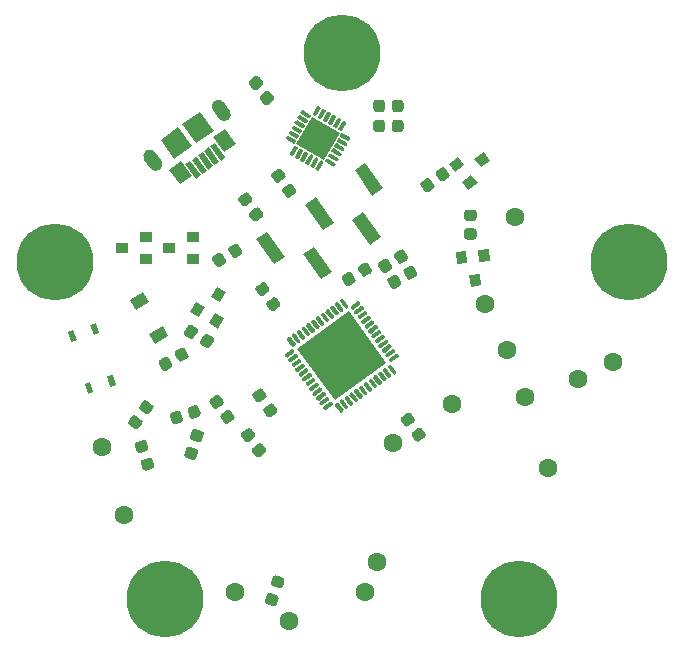
<source format=gbr>
%TF.GenerationSoftware,KiCad,Pcbnew,5.1.6-c6e7f7d~87~ubuntu18.04.1*%
%TF.CreationDate,2020-07-29T15:25:13-07:00*%
%TF.ProjectId,esp32_picod4_downpads,65737033-325f-4706-9963-6f64345f646f,rev?*%
%TF.SameCoordinates,Original*%
%TF.FileFunction,Soldermask,Top*%
%TF.FilePolarity,Negative*%
%FSLAX46Y46*%
G04 Gerber Fmt 4.6, Leading zero omitted, Abs format (unit mm)*
G04 Created by KiCad (PCBNEW 5.1.6-c6e7f7d~87~ubuntu18.04.1) date 2020-07-29 15:25:13*
%MOMM*%
%LPD*%
G01*
G04 APERTURE LIST*
%ADD10C,0.100000*%
%ADD11C,1.600000*%
%ADD12C,0.900000*%
%ADD13C,6.500000*%
%ADD14R,1.000000X0.900000*%
G04 APERTURE END LIST*
D10*
%TO.C,J18*%
G36*
X99142674Y-92891107D02*
G01*
X98241607Y-93522041D01*
X96744572Y-91384055D01*
X97645639Y-90753121D01*
X99142674Y-92891107D01*
G37*
G36*
X103303966Y-89977338D02*
G01*
X102402899Y-90608272D01*
X100905864Y-88470286D01*
X101806931Y-87839352D01*
X103303966Y-89977338D01*
G37*
G36*
X95163490Y-91636598D02*
G01*
X94262423Y-92267532D01*
X92765388Y-90129546D01*
X93666455Y-89498612D01*
X95163490Y-91636598D01*
G37*
G36*
X99324782Y-88722829D02*
G01*
X98423715Y-89353763D01*
X96926680Y-87215777D01*
X97827747Y-86584843D01*
X99324782Y-88722829D01*
G37*
G36*
X103486074Y-85809061D02*
G01*
X102585007Y-86439995D01*
X101087972Y-84302009D01*
X101989039Y-83671075D01*
X103486074Y-85809061D01*
G37*
%TD*%
%TO.C,C1*%
G36*
G01*
X91560157Y-106496717D02*
X92015228Y-106166088D01*
G75*
G02*
X92355699Y-106220013I143273J-197198D01*
G01*
X92642245Y-106614408D01*
G75*
G02*
X92588320Y-106954879I-197198J-143273D01*
G01*
X92133248Y-107285508D01*
G75*
G02*
X91792777Y-107231583I-143273J197198D01*
G01*
X91506231Y-106837188D01*
G75*
G02*
X91560156Y-106496717I197198J143273D01*
G01*
G37*
G36*
G01*
X92485919Y-107770919D02*
X92940990Y-107440290D01*
G75*
G02*
X93281461Y-107494215I143273J-197198D01*
G01*
X93568007Y-107888610D01*
G75*
G02*
X93514082Y-108229081I-197198J-143273D01*
G01*
X93059010Y-108559710D01*
G75*
G02*
X92718539Y-108505785I-143273J197198D01*
G01*
X92431993Y-108111390D01*
G75*
G02*
X92485918Y-107770919I197198J143273D01*
G01*
G37*
%TD*%
%TO.C,C2*%
G36*
G01*
X93448800Y-104408020D02*
X93903871Y-104077391D01*
G75*
G02*
X94244342Y-104131316I143273J-197198D01*
G01*
X94530888Y-104525711D01*
G75*
G02*
X94476963Y-104866182I-197198J-143273D01*
G01*
X94021891Y-105196811D01*
G75*
G02*
X93681420Y-105142886I-143273J197198D01*
G01*
X93394874Y-104748491D01*
G75*
G02*
X93448799Y-104408020I197198J143273D01*
G01*
G37*
G36*
G01*
X92523038Y-103133818D02*
X92978109Y-102803189D01*
G75*
G02*
X93318580Y-102857114I143273J-197198D01*
G01*
X93605126Y-103251509D01*
G75*
G02*
X93551201Y-103591980I-197198J-143273D01*
G01*
X93096129Y-103922609D01*
G75*
G02*
X92755658Y-103868684I-143273J197198D01*
G01*
X92469112Y-103474289D01*
G75*
G02*
X92523037Y-103133818I197198J143273D01*
G01*
G37*
%TD*%
%TO.C,C3*%
G36*
G01*
X89914081Y-104129081D02*
X89459010Y-104459710D01*
G75*
G02*
X89118539Y-104405785I-143273J197198D01*
G01*
X88831993Y-104011390D01*
G75*
G02*
X88885918Y-103670919I197198J143273D01*
G01*
X89340990Y-103340290D01*
G75*
G02*
X89681461Y-103394215I143273J-197198D01*
G01*
X89968007Y-103788610D01*
G75*
G02*
X89914082Y-104129081I-197198J-143273D01*
G01*
G37*
G36*
G01*
X90839843Y-105403283D02*
X90384772Y-105733912D01*
G75*
G02*
X90044301Y-105679987I-143273J197198D01*
G01*
X89757755Y-105285592D01*
G75*
G02*
X89811680Y-104945121I197198J143273D01*
G01*
X90266752Y-104614492D01*
G75*
G02*
X90607223Y-104668417I143273J-197198D01*
G01*
X90893769Y-105062812D01*
G75*
G02*
X90839844Y-105403283I-197198J-143273D01*
G01*
G37*
%TD*%
%TO.C,C4*%
G36*
G01*
X82478110Y-106196811D02*
X82023037Y-105866182D01*
G75*
G02*
X81969112Y-105525711I143273J197198D01*
G01*
X82255658Y-105131316D01*
G75*
G02*
X82596129Y-105077391I197198J-143273D01*
G01*
X83051201Y-105408020D01*
G75*
G02*
X83105126Y-105748491I-143273J-197198D01*
G01*
X82818580Y-106142886D01*
G75*
G02*
X82478109Y-106196811I-197198J143273D01*
G01*
G37*
G36*
G01*
X83403872Y-104922609D02*
X82948799Y-104591980D01*
G75*
G02*
X82894874Y-104251509I143273J197198D01*
G01*
X83181420Y-103857114D01*
G75*
G02*
X83521891Y-103803189I197198J-143273D01*
G01*
X83976963Y-104133818D01*
G75*
G02*
X84030888Y-104474289I-143273J-197198D01*
G01*
X83744342Y-104868684D01*
G75*
G02*
X83403871Y-104922609I-197198J143273D01*
G01*
G37*
%TD*%
%TO.C,C5*%
G36*
G01*
X105998800Y-106458020D02*
X106453871Y-106127391D01*
G75*
G02*
X106794342Y-106181316I143273J-197198D01*
G01*
X107080888Y-106575711D01*
G75*
G02*
X107026963Y-106916182I-197198J-143273D01*
G01*
X106571891Y-107246811D01*
G75*
G02*
X106231420Y-107192886I-143273J197198D01*
G01*
X105944874Y-106798491D01*
G75*
G02*
X105998799Y-106458020I197198J143273D01*
G01*
G37*
G36*
G01*
X105073038Y-105183818D02*
X105528109Y-104853189D01*
G75*
G02*
X105868580Y-104907114I143273J-197198D01*
G01*
X106155126Y-105301509D01*
G75*
G02*
X106101201Y-105641980I-197198J-143273D01*
G01*
X105646129Y-105972609D01*
G75*
G02*
X105305658Y-105918684I-143273J197198D01*
G01*
X105019112Y-105524289D01*
G75*
G02*
X105073037Y-105183818I197198J143273D01*
G01*
G37*
%TD*%
%TO.C,C6*%
G36*
G01*
X94123038Y-84533818D02*
X94578109Y-84203189D01*
G75*
G02*
X94918580Y-84257114I143273J-197198D01*
G01*
X95205126Y-84651509D01*
G75*
G02*
X95151201Y-84991980I-197198J-143273D01*
G01*
X94696129Y-85322609D01*
G75*
G02*
X94355658Y-85268684I-143273J197198D01*
G01*
X94069112Y-84874289D01*
G75*
G02*
X94123037Y-84533818I197198J143273D01*
G01*
G37*
G36*
G01*
X95048800Y-85808020D02*
X95503871Y-85477391D01*
G75*
G02*
X95844342Y-85531316I143273J-197198D01*
G01*
X96130888Y-85925711D01*
G75*
G02*
X96076963Y-86266182I-197198J-143273D01*
G01*
X95621891Y-86596811D01*
G75*
G02*
X95281420Y-86542886I-143273J197198D01*
G01*
X94994874Y-86148491D01*
G75*
G02*
X95048799Y-85808020I197198J143273D01*
G01*
G37*
%TD*%
%TO.C,C7*%
G36*
G01*
X89162812Y-98750180D02*
X88881563Y-99237320D01*
G75*
G02*
X88548594Y-99326539I-211094J121875D01*
G01*
X88126406Y-99082789D01*
G75*
G02*
X88037187Y-98749820I121875J211094D01*
G01*
X88318437Y-98262680D01*
G75*
G02*
X88651406Y-98173461I211094J-121875D01*
G01*
X89073594Y-98417211D01*
G75*
G02*
X89162813Y-98750180I-121875J-211094D01*
G01*
G37*
G36*
G01*
X87798822Y-97962680D02*
X87517573Y-98449820D01*
G75*
G02*
X87184604Y-98539039I-211094J121875D01*
G01*
X86762416Y-98295289D01*
G75*
G02*
X86673197Y-97962320I121875J211094D01*
G01*
X86954447Y-97475180D01*
G75*
G02*
X87287416Y-97385961I211094J-121875D01*
G01*
X87709604Y-97629711D01*
G75*
G02*
X87798823Y-97962680I-121875J-211094D01*
G01*
G37*
%TD*%
%TO.C,C8*%
G36*
G01*
X93251200Y-77141980D02*
X92796129Y-77472609D01*
G75*
G02*
X92455658Y-77418684I-143273J197198D01*
G01*
X92169112Y-77024289D01*
G75*
G02*
X92223037Y-76683818I197198J143273D01*
G01*
X92678109Y-76353189D01*
G75*
G02*
X93018580Y-76407114I143273J-197198D01*
G01*
X93305126Y-76801509D01*
G75*
G02*
X93251201Y-77141980I-197198J-143273D01*
G01*
G37*
G36*
G01*
X94176962Y-78416182D02*
X93721891Y-78746811D01*
G75*
G02*
X93381420Y-78692886I-143273J197198D01*
G01*
X93094874Y-78298491D01*
G75*
G02*
X93148799Y-77958020I197198J143273D01*
G01*
X93603871Y-77627391D01*
G75*
G02*
X93944342Y-77681316I143273J-197198D01*
G01*
X94230888Y-78075711D01*
G75*
G02*
X94176963Y-78416182I-197198J-143273D01*
G01*
G37*
%TD*%
%TO.C,C9*%
G36*
G01*
X104262500Y-79131250D02*
X104262500Y-78568750D01*
G75*
G02*
X104506250Y-78325000I243750J0D01*
G01*
X104993750Y-78325000D01*
G75*
G02*
X105237500Y-78568750I0J-243750D01*
G01*
X105237500Y-79131250D01*
G75*
G02*
X104993750Y-79375000I-243750J0D01*
G01*
X104506250Y-79375000D01*
G75*
G02*
X104262500Y-79131250I0J243750D01*
G01*
G37*
G36*
G01*
X102687500Y-79131250D02*
X102687500Y-78568750D01*
G75*
G02*
X102931250Y-78325000I243750J0D01*
G01*
X103418750Y-78325000D01*
G75*
G02*
X103662500Y-78568750I0J-243750D01*
G01*
X103662500Y-79131250D01*
G75*
G02*
X103418750Y-79375000I-243750J0D01*
G01*
X102931250Y-79375000D01*
G75*
G02*
X102687500Y-79131250I0J243750D01*
G01*
G37*
%TD*%
%TO.C,C10*%
G36*
G01*
X102687500Y-80831250D02*
X102687500Y-80268750D01*
G75*
G02*
X102931250Y-80025000I243750J0D01*
G01*
X103418750Y-80025000D01*
G75*
G02*
X103662500Y-80268750I0J-243750D01*
G01*
X103662500Y-80831250D01*
G75*
G02*
X103418750Y-81075000I-243750J0D01*
G01*
X102931250Y-81075000D01*
G75*
G02*
X102687500Y-80831250I0J243750D01*
G01*
G37*
G36*
G01*
X104262500Y-80831250D02*
X104262500Y-80268750D01*
G75*
G02*
X104506250Y-80025000I243750J0D01*
G01*
X104993750Y-80025000D01*
G75*
G02*
X105237500Y-80268750I0J-243750D01*
G01*
X105237500Y-80831250D01*
G75*
G02*
X104993750Y-81075000I-243750J0D01*
G01*
X104506250Y-81075000D01*
G75*
G02*
X104262500Y-80831250I0J243750D01*
G01*
G37*
%TD*%
%TO.C,C11*%
G36*
G01*
X89336443Y-92381070D02*
X89055192Y-91893930D01*
G75*
G02*
X89144411Y-91560961I211094J121875D01*
G01*
X89566599Y-91317211D01*
G75*
G02*
X89899568Y-91406430I121875J-211094D01*
G01*
X90180818Y-91893570D01*
G75*
G02*
X90091599Y-92226539I-211094J-121875D01*
G01*
X89669411Y-92470289D01*
G75*
G02*
X89336442Y-92381070I-121875J211094D01*
G01*
G37*
G36*
G01*
X90700433Y-91593570D02*
X90419182Y-91106430D01*
G75*
G02*
X90508401Y-90773461I211094J121875D01*
G01*
X90930589Y-90529711D01*
G75*
G02*
X91263558Y-90618930I121875J-211094D01*
G01*
X91544808Y-91106070D01*
G75*
G02*
X91455589Y-91439039I-211094J-121875D01*
G01*
X91033401Y-91682789D01*
G75*
G02*
X90700432Y-91593570I-121875J211094D01*
G01*
G37*
%TD*%
%TO.C,C12*%
G36*
G01*
X86168438Y-100387320D02*
X85887187Y-99900180D01*
G75*
G02*
X85976406Y-99567211I211094J121875D01*
G01*
X86398594Y-99323461D01*
G75*
G02*
X86731563Y-99412680I121875J-211094D01*
G01*
X87012813Y-99899820D01*
G75*
G02*
X86923594Y-100232789I-211094J-121875D01*
G01*
X86501406Y-100476539D01*
G75*
G02*
X86168437Y-100387320I-121875J211094D01*
G01*
G37*
G36*
G01*
X84804448Y-101174820D02*
X84523197Y-100687680D01*
G75*
G02*
X84612416Y-100354711I211094J121875D01*
G01*
X85034604Y-100110961D01*
G75*
G02*
X85367573Y-100200180I121875J-211094D01*
G01*
X85648823Y-100687320D01*
G75*
G02*
X85559604Y-101020289I-211094J-121875D01*
G01*
X85137416Y-101264039D01*
G75*
G02*
X84804447Y-101174820I-121875J211094D01*
G01*
G37*
%TD*%
%TO.C,C13*%
G36*
G01*
X93801200Y-94591980D02*
X93346129Y-94922609D01*
G75*
G02*
X93005658Y-94868684I-143273J197198D01*
G01*
X92719112Y-94474289D01*
G75*
G02*
X92773037Y-94133818I197198J143273D01*
G01*
X93228109Y-93803189D01*
G75*
G02*
X93568580Y-93857114I143273J-197198D01*
G01*
X93855126Y-94251509D01*
G75*
G02*
X93801201Y-94591980I-197198J-143273D01*
G01*
G37*
G36*
G01*
X94726962Y-95866182D02*
X94271891Y-96196811D01*
G75*
G02*
X93931420Y-96142886I-143273J197198D01*
G01*
X93644874Y-95748491D01*
G75*
G02*
X93698799Y-95408020I197198J143273D01*
G01*
X94153871Y-95077391D01*
G75*
G02*
X94494342Y-95131316I143273J-197198D01*
G01*
X94780888Y-95525711D01*
G75*
G02*
X94726963Y-95866182I-197198J-143273D01*
G01*
G37*
%TD*%
%TO.C,C14*%
G36*
G01*
X100318438Y-93987320D02*
X100037187Y-93500180D01*
G75*
G02*
X100126406Y-93167211I211094J121875D01*
G01*
X100548594Y-92923461D01*
G75*
G02*
X100881563Y-93012680I121875J-211094D01*
G01*
X101162813Y-93499820D01*
G75*
G02*
X101073594Y-93832789I-211094J-121875D01*
G01*
X100651406Y-94076539D01*
G75*
G02*
X100318437Y-93987320I-121875J211094D01*
G01*
G37*
G36*
G01*
X101682428Y-93199820D02*
X101401177Y-92712680D01*
G75*
G02*
X101490396Y-92379711I211094J121875D01*
G01*
X101912584Y-92135961D01*
G75*
G02*
X102245553Y-92225180I121875J-211094D01*
G01*
X102526803Y-92712320D01*
G75*
G02*
X102437584Y-93045289I-211094J-121875D01*
G01*
X102015396Y-93289039D01*
G75*
G02*
X101682427Y-93199820I-121875J211094D01*
G01*
G37*
%TD*%
%TO.C,D1*%
G36*
X82062083Y-95263045D02*
G01*
X83187917Y-94613045D01*
X83687917Y-95479071D01*
X82562083Y-96129071D01*
X82062083Y-95263045D01*
G37*
G36*
X83712083Y-98120929D02*
G01*
X84837917Y-97470929D01*
X85337917Y-98336955D01*
X84212083Y-98986955D01*
X83712083Y-98120929D01*
G37*
%TD*%
D11*
%TO.C,J1*%
X81534014Y-113469766D03*
%TD*%
%TO.C,J2*%
X117500000Y-109500000D03*
%TD*%
%TO.C,J3*%
X123000000Y-100500000D03*
%TD*%
%TO.C,J4*%
X91000000Y-120000000D03*
%TD*%
%TO.C,J5*%
X120000000Y-102000000D03*
%TD*%
%TO.C,J6*%
X95500000Y-122500000D03*
%TD*%
%TO.C,J7*%
X79679914Y-107763427D03*
%TD*%
%TO.C,J9*%
X114000000Y-99500000D03*
%TD*%
%TO.C,J10*%
X102000000Y-120000000D03*
%TD*%
%TO.C,J11*%
X103000000Y-117500000D03*
%TD*%
%TO.C,J12*%
X109300000Y-104050000D03*
%TD*%
%TO.C,J13*%
X104330000Y-107400000D03*
%TD*%
%TO.C,J14*%
X114650000Y-88250000D03*
%TD*%
%TO.C,J15*%
X112100000Y-95600000D03*
%TD*%
%TO.C,J16*%
X115500000Y-103500000D03*
%TD*%
D10*
%TO.C,J17*%
G36*
X80610502Y-101598183D02*
G01*
X80888618Y-102454134D01*
X80413090Y-102608643D01*
X80134974Y-101752692D01*
X80610502Y-101598183D01*
G37*
G36*
X79189023Y-97223323D02*
G01*
X79467139Y-98079274D01*
X78991611Y-98233783D01*
X78713495Y-97377832D01*
X79189023Y-97223323D01*
G37*
G36*
X77286910Y-97841357D02*
G01*
X77565026Y-98697308D01*
X77089498Y-98851817D01*
X76811382Y-97995866D01*
X77286910Y-97841357D01*
G37*
G36*
X78708389Y-102216217D02*
G01*
X78986505Y-103072168D01*
X78510977Y-103226677D01*
X78232861Y-102370726D01*
X78708389Y-102216217D01*
G37*
%TD*%
%TO.C,J19*%
G36*
X86160555Y-80647282D02*
G01*
X87336126Y-82265316D01*
X85839445Y-83352718D01*
X84663874Y-81734684D01*
X86160555Y-80647282D01*
G37*
G36*
X88755051Y-82346867D02*
G01*
X89636729Y-83560392D01*
X89232221Y-83854285D01*
X88350543Y-82640760D01*
X88755051Y-82346867D01*
G37*
G36*
X89280912Y-81964807D02*
G01*
X90162590Y-83178332D01*
X89758082Y-83472225D01*
X88876404Y-82258700D01*
X89280912Y-81964807D01*
G37*
G36*
X87177468Y-83493048D02*
G01*
X88059146Y-84706573D01*
X87654638Y-85000466D01*
X86772960Y-83786941D01*
X87177468Y-83493048D01*
G37*
G36*
X87703329Y-83110988D02*
G01*
X88585007Y-84324513D01*
X88180499Y-84618406D01*
X87298821Y-83404881D01*
X87703329Y-83110988D01*
G37*
G36*
X88229190Y-82728928D02*
G01*
X89110868Y-83942453D01*
X88706360Y-84236346D01*
X87824682Y-83022821D01*
X88229190Y-82728928D01*
G37*
G36*
X87980843Y-79324765D02*
G01*
X89156414Y-80942799D01*
X87659733Y-82030201D01*
X86484162Y-80412167D01*
X87980843Y-79324765D01*
G37*
G36*
G01*
X89587003Y-79919218D02*
X89087385Y-79231554D01*
G75*
G02*
X89214593Y-78428392I465185J337977D01*
G01*
X89214593Y-78428392D01*
G75*
G02*
X90017755Y-78555600I337977J-465185D01*
G01*
X90517373Y-79243264D01*
G75*
G02*
X90390165Y-80046426I-465185J-337977D01*
G01*
X90390165Y-80046426D01*
G75*
G02*
X89587003Y-79919218I-337977J465185D01*
G01*
G37*
G36*
G01*
X84233284Y-82758265D02*
X84732902Y-83445929D01*
G75*
G02*
X84605694Y-84249091I-465185J-337977D01*
G01*
X84605694Y-84249091D01*
G75*
G02*
X83802532Y-84121883I-337977J465185D01*
G01*
X83302914Y-83434219D01*
G75*
G02*
X83430122Y-82631057I465185J337977D01*
G01*
X83430122Y-82631057D01*
G75*
G02*
X84233284Y-82758265I337977J-465185D01*
G01*
G37*
G36*
X86394087Y-83512157D02*
G01*
X87305154Y-84766133D01*
X86293883Y-85500865D01*
X85382816Y-84246889D01*
X86394087Y-83512157D01*
G37*
G36*
X90147926Y-80784834D02*
G01*
X91058993Y-82038810D01*
X90047722Y-82773542D01*
X89136655Y-81519566D01*
X90147926Y-80784834D01*
G37*
%TD*%
%TO.C,L1*%
G36*
G01*
X87875686Y-104338519D02*
X88049508Y-104873488D01*
G75*
G02*
X87893011Y-105180631I-231820J-75323D01*
G01*
X87429371Y-105331277D01*
G75*
G02*
X87122228Y-105174780I-75323J231820D01*
G01*
X86948406Y-104639810D01*
G75*
G02*
X87104903Y-104332667I231820J75323D01*
G01*
X87568543Y-104182021D01*
G75*
G02*
X87875686Y-104338518I75323J-231820D01*
G01*
G37*
G36*
G01*
X86377772Y-104825221D02*
X86551594Y-105360190D01*
G75*
G02*
X86395097Y-105667333I-231820J-75323D01*
G01*
X85931457Y-105817979D01*
G75*
G02*
X85624314Y-105661482I-75323J231820D01*
G01*
X85450492Y-105126512D01*
G75*
G02*
X85606989Y-104819369I231820J75323D01*
G01*
X86070629Y-104668723D01*
G75*
G02*
X86377772Y-104825220I75323J-231820D01*
G01*
G37*
%TD*%
D12*
%TO.C,M1*%
X87370452Y-120224557D03*
X86410685Y-118658359D03*
X84624557Y-118229548D03*
X83058359Y-119189315D03*
X82629548Y-120975443D03*
X83589315Y-122541641D03*
X85375443Y-122970452D03*
X86941641Y-122010685D03*
D13*
X85000000Y-120600000D03*
%TD*%
%TO.C,M2*%
X115000000Y-120600000D03*
D12*
X116941641Y-119189315D03*
X117370452Y-120975443D03*
X116410685Y-122541641D03*
X114624557Y-122970452D03*
X113058359Y-122010685D03*
X112629548Y-120224557D03*
X113589315Y-118658359D03*
X115375443Y-118229548D03*
%TD*%
%TO.C,M4*%
X76789577Y-94238415D03*
X77982536Y-92841641D03*
X77838415Y-91010423D03*
X76441641Y-89817464D03*
X74610423Y-89961585D03*
X73417464Y-91358359D03*
X73561585Y-93189577D03*
X74958359Y-94382536D03*
D13*
X75700000Y-92100000D03*
%TD*%
%TO.C,M5*%
X124300000Y-92100000D03*
D12*
X123558359Y-89817464D03*
X125389577Y-89961585D03*
X126582536Y-91358359D03*
X126438415Y-93189577D03*
X125041641Y-94382536D03*
X123210423Y-94238415D03*
X122017464Y-92841641D03*
X122161585Y-91010423D03*
%TD*%
D10*
%TO.C,Q1*%
G36*
X111759995Y-84057950D02*
G01*
X111230988Y-83329835D01*
X112040005Y-82742050D01*
X112569012Y-83470165D01*
X111759995Y-84057950D01*
G37*
G36*
X110700357Y-86002086D02*
G01*
X110171350Y-85273971D01*
X110980367Y-84686186D01*
X111509374Y-85414301D01*
X110700357Y-86002086D01*
G37*
G36*
X109583565Y-84464954D02*
G01*
X109054558Y-83736839D01*
X109863575Y-83149054D01*
X110392582Y-83877169D01*
X109583565Y-84464954D01*
G37*
%TD*%
%TO.C,Q2*%
G36*
X111540468Y-91055953D02*
G01*
X112435538Y-90961877D01*
X112540066Y-91956399D01*
X111644996Y-92050475D01*
X111540468Y-91055953D01*
G37*
G36*
X109650877Y-91254557D02*
G01*
X110545947Y-91160481D01*
X110650475Y-92155003D01*
X109755405Y-92249079D01*
X109650877Y-91254557D01*
G37*
G36*
X110804729Y-93144299D02*
G01*
X111699799Y-93050223D01*
X111804327Y-94044745D01*
X110909257Y-94138821D01*
X110804729Y-93144299D01*
G37*
%TD*%
D14*
%TO.C,Q3*%
X83400000Y-91850000D03*
X83400000Y-89950000D03*
X81400000Y-90900000D03*
%TD*%
%TO.C,Q4*%
X85400000Y-90900000D03*
X87400000Y-89950000D03*
X87400000Y-91850000D03*
%TD*%
%TO.C,R1*%
G36*
G01*
X83130201Y-108796763D02*
X83665170Y-108622941D01*
G75*
G02*
X83972313Y-108779438I75323J-231820D01*
G01*
X84122959Y-109243078D01*
G75*
G02*
X83966462Y-109550221I-231820J-75323D01*
G01*
X83431492Y-109724043D01*
G75*
G02*
X83124349Y-109567546I-75323J231820D01*
G01*
X82973703Y-109103906D01*
G75*
G02*
X83130200Y-108796763I231820J75323D01*
G01*
G37*
G36*
G01*
X82643499Y-107298849D02*
X83178468Y-107125027D01*
G75*
G02*
X83485611Y-107281524I75323J-231820D01*
G01*
X83636257Y-107745164D01*
G75*
G02*
X83479760Y-108052307I-231820J-75323D01*
G01*
X82944790Y-108226129D01*
G75*
G02*
X82637647Y-108069632I-75323J231820D01*
G01*
X82487001Y-107605992D01*
G75*
G02*
X82643498Y-107298849I231820J75323D01*
G01*
G37*
%TD*%
%TO.C,R2*%
G36*
G01*
X94685190Y-119701594D02*
X94150220Y-119527772D01*
G75*
G02*
X93993723Y-119220629I75323J231820D01*
G01*
X94144369Y-118756989D01*
G75*
G02*
X94451512Y-118600492I231820J-75323D01*
G01*
X94986482Y-118774314D01*
G75*
G02*
X95142979Y-119081457I-75323J-231820D01*
G01*
X94992333Y-119545097D01*
G75*
G02*
X94685190Y-119701594I-231820J75323D01*
G01*
G37*
G36*
G01*
X94198488Y-121199508D02*
X93663518Y-121025686D01*
G75*
G02*
X93507021Y-120718543I75323J231820D01*
G01*
X93657667Y-120254903D01*
G75*
G02*
X93964810Y-120098406I231820J-75323D01*
G01*
X94499780Y-120272228D01*
G75*
G02*
X94656277Y-120579371I-75323J-231820D01*
G01*
X94505631Y-121043011D01*
G75*
G02*
X94198488Y-121199508I-231820J75323D01*
G01*
G37*
%TD*%
%TO.C,R3*%
G36*
G01*
X108766182Y-84123038D02*
X109096811Y-84578109D01*
G75*
G02*
X109042886Y-84918580I-197198J-143273D01*
G01*
X108648491Y-85205126D01*
G75*
G02*
X108308020Y-85151201I-143273J197198D01*
G01*
X107977391Y-84696129D01*
G75*
G02*
X108031316Y-84355658I197198J143273D01*
G01*
X108425711Y-84069112D01*
G75*
G02*
X108766182Y-84123037I143273J-197198D01*
G01*
G37*
G36*
G01*
X107491980Y-85048800D02*
X107822609Y-85503871D01*
G75*
G02*
X107768684Y-85844342I-197198J-143273D01*
G01*
X107374289Y-86130888D01*
G75*
G02*
X107033818Y-86076963I-143273J197198D01*
G01*
X106703189Y-85621891D01*
G75*
G02*
X106757114Y-85281420I197198J143273D01*
G01*
X107151509Y-84994874D01*
G75*
G02*
X107491980Y-85048799I143273J-197198D01*
G01*
G37*
%TD*%
%TO.C,R4*%
G36*
G01*
X111181250Y-88600000D02*
X110618750Y-88600000D01*
G75*
G02*
X110375000Y-88356250I0J243750D01*
G01*
X110375000Y-87868750D01*
G75*
G02*
X110618750Y-87625000I243750J0D01*
G01*
X111181250Y-87625000D01*
G75*
G02*
X111425000Y-87868750I0J-243750D01*
G01*
X111425000Y-88356250D01*
G75*
G02*
X111181250Y-88600000I-243750J0D01*
G01*
G37*
G36*
G01*
X111181250Y-90175000D02*
X110618750Y-90175000D01*
G75*
G02*
X110375000Y-89931250I0J243750D01*
G01*
X110375000Y-89443750D01*
G75*
G02*
X110618750Y-89200000I243750J0D01*
G01*
X111181250Y-89200000D01*
G75*
G02*
X111425000Y-89443750I0J-243750D01*
G01*
X111425000Y-89931250D01*
G75*
G02*
X111181250Y-90175000I-243750J0D01*
G01*
G37*
%TD*%
%TO.C,R7*%
G36*
G01*
X103385129Y-92877128D02*
X103103878Y-92389988D01*
G75*
G02*
X103193097Y-92057019I211094J121875D01*
G01*
X103615285Y-91813269D01*
G75*
G02*
X103948254Y-91902488I121875J-211094D01*
G01*
X104229504Y-92389628D01*
G75*
G02*
X104140285Y-92722597I-211094J-121875D01*
G01*
X103718097Y-92966347D01*
G75*
G02*
X103385128Y-92877128I-121875J211094D01*
G01*
G37*
G36*
G01*
X104749119Y-92089628D02*
X104467868Y-91602488D01*
G75*
G02*
X104557087Y-91269519I211094J121875D01*
G01*
X104979275Y-91025769D01*
G75*
G02*
X105312244Y-91114988I121875J-211094D01*
G01*
X105593494Y-91602128D01*
G75*
G02*
X105504275Y-91935097I-211094J-121875D01*
G01*
X105082087Y-92178847D01*
G75*
G02*
X104749118Y-92089628I-121875J211094D01*
G01*
G37*
%TD*%
%TO.C,R8*%
G36*
G01*
X106095552Y-92475180D02*
X106376803Y-92962320D01*
G75*
G02*
X106287584Y-93295289I-211094J-121875D01*
G01*
X105865396Y-93539039D01*
G75*
G02*
X105532427Y-93449820I-121875J211094D01*
G01*
X105251177Y-92962680D01*
G75*
G02*
X105340396Y-92629711I211094J121875D01*
G01*
X105762584Y-92385961D01*
G75*
G02*
X106095553Y-92475180I121875J-211094D01*
G01*
G37*
G36*
G01*
X104731562Y-93262680D02*
X105012813Y-93749820D01*
G75*
G02*
X104923594Y-94082789I-211094J-121875D01*
G01*
X104501406Y-94326539D01*
G75*
G02*
X104168437Y-94237320I-121875J211094D01*
G01*
X103887187Y-93750180D01*
G75*
G02*
X103976406Y-93417211I211094J121875D01*
G01*
X104398594Y-93173461D01*
G75*
G02*
X104731563Y-93262680I121875J-211094D01*
G01*
G37*
%TD*%
%TO.C,R9*%
G36*
G01*
X92248800Y-87808020D02*
X92703871Y-87477391D01*
G75*
G02*
X93044342Y-87531316I143273J-197198D01*
G01*
X93330888Y-87925711D01*
G75*
G02*
X93276963Y-88266182I-197198J-143273D01*
G01*
X92821891Y-88596811D01*
G75*
G02*
X92481420Y-88542886I-143273J197198D01*
G01*
X92194874Y-88148491D01*
G75*
G02*
X92248799Y-87808020I197198J143273D01*
G01*
G37*
G36*
G01*
X91323038Y-86533818D02*
X91778109Y-86203189D01*
G75*
G02*
X92118580Y-86257114I143273J-197198D01*
G01*
X92405126Y-86651509D01*
G75*
G02*
X92351201Y-86991980I-197198J-143273D01*
G01*
X91896129Y-87322609D01*
G75*
G02*
X91555658Y-87268684I-143273J197198D01*
G01*
X91269112Y-86874289D01*
G75*
G02*
X91323037Y-86533818I197198J143273D01*
G01*
G37*
%TD*%
%TO.C,U1*%
G36*
G01*
X95279856Y-100138354D02*
X95176993Y-99996776D01*
G75*
G02*
X95196351Y-99874556I70789J51431D01*
G01*
X95782888Y-99448412D01*
G75*
G02*
X95905108Y-99467770I51431J-70789D01*
G01*
X96007971Y-99609348D01*
G75*
G02*
X95988613Y-99731568I-70789J-51431D01*
G01*
X95402076Y-100157712D01*
G75*
G02*
X95279856Y-100138354I-51431J70789D01*
G01*
G37*
G36*
G01*
X95573749Y-100542863D02*
X95470886Y-100401285D01*
G75*
G02*
X95490244Y-100279065I70789J51431D01*
G01*
X96076781Y-99852921D01*
G75*
G02*
X96199001Y-99872279I51431J-70789D01*
G01*
X96301864Y-100013857D01*
G75*
G02*
X96282506Y-100136077I-70789J-51431D01*
G01*
X95695969Y-100562221D01*
G75*
G02*
X95573749Y-100542863I-51431J70789D01*
G01*
G37*
G36*
G01*
X95867641Y-100947371D02*
X95764778Y-100805793D01*
G75*
G02*
X95784136Y-100683573I70789J51431D01*
G01*
X96370673Y-100257429D01*
G75*
G02*
X96492893Y-100276787I51431J-70789D01*
G01*
X96595756Y-100418365D01*
G75*
G02*
X96576398Y-100540585I-70789J-51431D01*
G01*
X95989861Y-100966729D01*
G75*
G02*
X95867641Y-100947371I-51431J70789D01*
G01*
G37*
G36*
G01*
X96161534Y-101351880D02*
X96058671Y-101210302D01*
G75*
G02*
X96078029Y-101088082I70789J51431D01*
G01*
X96664566Y-100661938D01*
G75*
G02*
X96786786Y-100681296I51431J-70789D01*
G01*
X96889649Y-100822874D01*
G75*
G02*
X96870291Y-100945094I-70789J-51431D01*
G01*
X96283754Y-101371238D01*
G75*
G02*
X96161534Y-101351880I-51431J70789D01*
G01*
G37*
G36*
G01*
X96455426Y-101756388D02*
X96352563Y-101614810D01*
G75*
G02*
X96371921Y-101492590I70789J51431D01*
G01*
X96958458Y-101066446D01*
G75*
G02*
X97080678Y-101085804I51431J-70789D01*
G01*
X97183541Y-101227382D01*
G75*
G02*
X97164183Y-101349602I-70789J-51431D01*
G01*
X96577646Y-101775746D01*
G75*
G02*
X96455426Y-101756388I-51431J70789D01*
G01*
G37*
G36*
G01*
X96749319Y-102160897D02*
X96646456Y-102019319D01*
G75*
G02*
X96665814Y-101897099I70789J51431D01*
G01*
X97252351Y-101470955D01*
G75*
G02*
X97374571Y-101490313I51431J-70789D01*
G01*
X97477434Y-101631891D01*
G75*
G02*
X97458076Y-101754111I-70789J-51431D01*
G01*
X96871539Y-102180255D01*
G75*
G02*
X96749319Y-102160897I-51431J70789D01*
G01*
G37*
G36*
G01*
X97043212Y-102565405D02*
X96940349Y-102423827D01*
G75*
G02*
X96959707Y-102301607I70789J51431D01*
G01*
X97546244Y-101875463D01*
G75*
G02*
X97668464Y-101894821I51431J-70789D01*
G01*
X97771327Y-102036399D01*
G75*
G02*
X97751969Y-102158619I-70789J-51431D01*
G01*
X97165432Y-102584763D01*
G75*
G02*
X97043212Y-102565405I-51431J70789D01*
G01*
G37*
G36*
G01*
X97337104Y-102969914D02*
X97234241Y-102828336D01*
G75*
G02*
X97253599Y-102706116I70789J51431D01*
G01*
X97840136Y-102279972D01*
G75*
G02*
X97962356Y-102299330I51431J-70789D01*
G01*
X98065219Y-102440908D01*
G75*
G02*
X98045861Y-102563128I-70789J-51431D01*
G01*
X97459324Y-102989272D01*
G75*
G02*
X97337104Y-102969914I-51431J70789D01*
G01*
G37*
G36*
G01*
X97630997Y-103374422D02*
X97528134Y-103232844D01*
G75*
G02*
X97547492Y-103110624I70789J51431D01*
G01*
X98134029Y-102684480D01*
G75*
G02*
X98256249Y-102703838I51431J-70789D01*
G01*
X98359112Y-102845416D01*
G75*
G02*
X98339754Y-102967636I-70789J-51431D01*
G01*
X97753217Y-103393780D01*
G75*
G02*
X97630997Y-103374422I-51431J70789D01*
G01*
G37*
G36*
G01*
X97924890Y-103778931D02*
X97822027Y-103637353D01*
G75*
G02*
X97841385Y-103515133I70789J51431D01*
G01*
X98427922Y-103088989D01*
G75*
G02*
X98550142Y-103108347I51431J-70789D01*
G01*
X98653005Y-103249925D01*
G75*
G02*
X98633647Y-103372145I-70789J-51431D01*
G01*
X98047110Y-103798289D01*
G75*
G02*
X97924890Y-103778931I-51431J70789D01*
G01*
G37*
G36*
G01*
X98218782Y-104183439D02*
X98115919Y-104041861D01*
G75*
G02*
X98135277Y-103919641I70789J51431D01*
G01*
X98721814Y-103493497D01*
G75*
G02*
X98844034Y-103512855I51431J-70789D01*
G01*
X98946897Y-103654433D01*
G75*
G02*
X98927539Y-103776653I-70789J-51431D01*
G01*
X98341002Y-104202797D01*
G75*
G02*
X98218782Y-104183439I-51431J70789D01*
G01*
G37*
G36*
G01*
X98512675Y-104587948D02*
X98409812Y-104446370D01*
G75*
G02*
X98429170Y-104324150I70789J51431D01*
G01*
X99015707Y-103898006D01*
G75*
G02*
X99137927Y-103917364I51431J-70789D01*
G01*
X99240790Y-104058942D01*
G75*
G02*
X99221432Y-104181162I-70789J-51431D01*
G01*
X98634895Y-104607306D01*
G75*
G02*
X98512675Y-104587948I-51431J70789D01*
G01*
G37*
G36*
G01*
X99874556Y-104803649D02*
X99448412Y-104217112D01*
G75*
G02*
X99467770Y-104094892I70789J51431D01*
G01*
X99609348Y-103992029D01*
G75*
G02*
X99731568Y-104011387I51431J-70789D01*
G01*
X100157712Y-104597924D01*
G75*
G02*
X100138354Y-104720144I-70789J-51431D01*
G01*
X99996776Y-104823007D01*
G75*
G02*
X99874556Y-104803649I-51431J70789D01*
G01*
G37*
G36*
G01*
X100279065Y-104509756D02*
X99852921Y-103923219D01*
G75*
G02*
X99872279Y-103800999I70789J51431D01*
G01*
X100013857Y-103698136D01*
G75*
G02*
X100136077Y-103717494I51431J-70789D01*
G01*
X100562221Y-104304031D01*
G75*
G02*
X100542863Y-104426251I-70789J-51431D01*
G01*
X100401285Y-104529114D01*
G75*
G02*
X100279065Y-104509756I-51431J70789D01*
G01*
G37*
G36*
G01*
X100683573Y-104215864D02*
X100257429Y-103629327D01*
G75*
G02*
X100276787Y-103507107I70789J51431D01*
G01*
X100418365Y-103404244D01*
G75*
G02*
X100540585Y-103423602I51431J-70789D01*
G01*
X100966729Y-104010139D01*
G75*
G02*
X100947371Y-104132359I-70789J-51431D01*
G01*
X100805793Y-104235222D01*
G75*
G02*
X100683573Y-104215864I-51431J70789D01*
G01*
G37*
G36*
G01*
X101088082Y-103921971D02*
X100661938Y-103335434D01*
G75*
G02*
X100681296Y-103213214I70789J51431D01*
G01*
X100822874Y-103110351D01*
G75*
G02*
X100945094Y-103129709I51431J-70789D01*
G01*
X101371238Y-103716246D01*
G75*
G02*
X101351880Y-103838466I-70789J-51431D01*
G01*
X101210302Y-103941329D01*
G75*
G02*
X101088082Y-103921971I-51431J70789D01*
G01*
G37*
G36*
G01*
X101492590Y-103628079D02*
X101066446Y-103041542D01*
G75*
G02*
X101085804Y-102919322I70789J51431D01*
G01*
X101227382Y-102816459D01*
G75*
G02*
X101349602Y-102835817I51431J-70789D01*
G01*
X101775746Y-103422354D01*
G75*
G02*
X101756388Y-103544574I-70789J-51431D01*
G01*
X101614810Y-103647437D01*
G75*
G02*
X101492590Y-103628079I-51431J70789D01*
G01*
G37*
G36*
G01*
X101897099Y-103334186D02*
X101470955Y-102747649D01*
G75*
G02*
X101490313Y-102625429I70789J51431D01*
G01*
X101631891Y-102522566D01*
G75*
G02*
X101754111Y-102541924I51431J-70789D01*
G01*
X102180255Y-103128461D01*
G75*
G02*
X102160897Y-103250681I-70789J-51431D01*
G01*
X102019319Y-103353544D01*
G75*
G02*
X101897099Y-103334186I-51431J70789D01*
G01*
G37*
G36*
G01*
X102301607Y-103040293D02*
X101875463Y-102453756D01*
G75*
G02*
X101894821Y-102331536I70789J51431D01*
G01*
X102036399Y-102228673D01*
G75*
G02*
X102158619Y-102248031I51431J-70789D01*
G01*
X102584763Y-102834568D01*
G75*
G02*
X102565405Y-102956788I-70789J-51431D01*
G01*
X102423827Y-103059651D01*
G75*
G02*
X102301607Y-103040293I-51431J70789D01*
G01*
G37*
G36*
G01*
X102706116Y-102746401D02*
X102279972Y-102159864D01*
G75*
G02*
X102299330Y-102037644I70789J51431D01*
G01*
X102440908Y-101934781D01*
G75*
G02*
X102563128Y-101954139I51431J-70789D01*
G01*
X102989272Y-102540676D01*
G75*
G02*
X102969914Y-102662896I-70789J-51431D01*
G01*
X102828336Y-102765759D01*
G75*
G02*
X102706116Y-102746401I-51431J70789D01*
G01*
G37*
G36*
G01*
X103110624Y-102452508D02*
X102684480Y-101865971D01*
G75*
G02*
X102703838Y-101743751I70789J51431D01*
G01*
X102845416Y-101640888D01*
G75*
G02*
X102967636Y-101660246I51431J-70789D01*
G01*
X103393780Y-102246783D01*
G75*
G02*
X103374422Y-102369003I-70789J-51431D01*
G01*
X103232844Y-102471866D01*
G75*
G02*
X103110624Y-102452508I-51431J70789D01*
G01*
G37*
G36*
G01*
X103515133Y-102158615D02*
X103088989Y-101572078D01*
G75*
G02*
X103108347Y-101449858I70789J51431D01*
G01*
X103249925Y-101346995D01*
G75*
G02*
X103372145Y-101366353I51431J-70789D01*
G01*
X103798289Y-101952890D01*
G75*
G02*
X103778931Y-102075110I-70789J-51431D01*
G01*
X103637353Y-102177973D01*
G75*
G02*
X103515133Y-102158615I-51431J70789D01*
G01*
G37*
G36*
G01*
X103919641Y-101864723D02*
X103493497Y-101278186D01*
G75*
G02*
X103512855Y-101155966I70789J51431D01*
G01*
X103654433Y-101053103D01*
G75*
G02*
X103776653Y-101072461I51431J-70789D01*
G01*
X104202797Y-101658998D01*
G75*
G02*
X104183439Y-101781218I-70789J-51431D01*
G01*
X104041861Y-101884081D01*
G75*
G02*
X103919641Y-101864723I-51431J70789D01*
G01*
G37*
G36*
G01*
X104324150Y-101570830D02*
X103898006Y-100984293D01*
G75*
G02*
X103917364Y-100862073I70789J51431D01*
G01*
X104058942Y-100759210D01*
G75*
G02*
X104181162Y-100778568I51431J-70789D01*
G01*
X104607306Y-101365105D01*
G75*
G02*
X104587948Y-101487325I-70789J-51431D01*
G01*
X104446370Y-101590188D01*
G75*
G02*
X104324150Y-101570830I-51431J70789D01*
G01*
G37*
G36*
G01*
X104094892Y-100532230D02*
X103992029Y-100390652D01*
G75*
G02*
X104011387Y-100268432I70789J51431D01*
G01*
X104597924Y-99842288D01*
G75*
G02*
X104720144Y-99861646I51431J-70789D01*
G01*
X104823007Y-100003224D01*
G75*
G02*
X104803649Y-100125444I-70789J-51431D01*
G01*
X104217112Y-100551588D01*
G75*
G02*
X104094892Y-100532230I-51431J70789D01*
G01*
G37*
G36*
G01*
X103800999Y-100127721D02*
X103698136Y-99986143D01*
G75*
G02*
X103717494Y-99863923I70789J51431D01*
G01*
X104304031Y-99437779D01*
G75*
G02*
X104426251Y-99457137I51431J-70789D01*
G01*
X104529114Y-99598715D01*
G75*
G02*
X104509756Y-99720935I-70789J-51431D01*
G01*
X103923219Y-100147079D01*
G75*
G02*
X103800999Y-100127721I-51431J70789D01*
G01*
G37*
G36*
G01*
X103507107Y-99723213D02*
X103404244Y-99581635D01*
G75*
G02*
X103423602Y-99459415I70789J51431D01*
G01*
X104010139Y-99033271D01*
G75*
G02*
X104132359Y-99052629I51431J-70789D01*
G01*
X104235222Y-99194207D01*
G75*
G02*
X104215864Y-99316427I-70789J-51431D01*
G01*
X103629327Y-99742571D01*
G75*
G02*
X103507107Y-99723213I-51431J70789D01*
G01*
G37*
G36*
G01*
X103213214Y-99318704D02*
X103110351Y-99177126D01*
G75*
G02*
X103129709Y-99054906I70789J51431D01*
G01*
X103716246Y-98628762D01*
G75*
G02*
X103838466Y-98648120I51431J-70789D01*
G01*
X103941329Y-98789698D01*
G75*
G02*
X103921971Y-98911918I-70789J-51431D01*
G01*
X103335434Y-99338062D01*
G75*
G02*
X103213214Y-99318704I-51431J70789D01*
G01*
G37*
G36*
G01*
X102919322Y-98914196D02*
X102816459Y-98772618D01*
G75*
G02*
X102835817Y-98650398I70789J51431D01*
G01*
X103422354Y-98224254D01*
G75*
G02*
X103544574Y-98243612I51431J-70789D01*
G01*
X103647437Y-98385190D01*
G75*
G02*
X103628079Y-98507410I-70789J-51431D01*
G01*
X103041542Y-98933554D01*
G75*
G02*
X102919322Y-98914196I-51431J70789D01*
G01*
G37*
G36*
G01*
X102625429Y-98509687D02*
X102522566Y-98368109D01*
G75*
G02*
X102541924Y-98245889I70789J51431D01*
G01*
X103128461Y-97819745D01*
G75*
G02*
X103250681Y-97839103I51431J-70789D01*
G01*
X103353544Y-97980681D01*
G75*
G02*
X103334186Y-98102901I-70789J-51431D01*
G01*
X102747649Y-98529045D01*
G75*
G02*
X102625429Y-98509687I-51431J70789D01*
G01*
G37*
G36*
G01*
X102331536Y-98105179D02*
X102228673Y-97963601D01*
G75*
G02*
X102248031Y-97841381I70789J51431D01*
G01*
X102834568Y-97415237D01*
G75*
G02*
X102956788Y-97434595I51431J-70789D01*
G01*
X103059651Y-97576173D01*
G75*
G02*
X103040293Y-97698393I-70789J-51431D01*
G01*
X102453756Y-98124537D01*
G75*
G02*
X102331536Y-98105179I-51431J70789D01*
G01*
G37*
G36*
G01*
X102037644Y-97700670D02*
X101934781Y-97559092D01*
G75*
G02*
X101954139Y-97436872I70789J51431D01*
G01*
X102540676Y-97010728D01*
G75*
G02*
X102662896Y-97030086I51431J-70789D01*
G01*
X102765759Y-97171664D01*
G75*
G02*
X102746401Y-97293884I-70789J-51431D01*
G01*
X102159864Y-97720028D01*
G75*
G02*
X102037644Y-97700670I-51431J70789D01*
G01*
G37*
G36*
G01*
X101743751Y-97296162D02*
X101640888Y-97154584D01*
G75*
G02*
X101660246Y-97032364I70789J51431D01*
G01*
X102246783Y-96606220D01*
G75*
G02*
X102369003Y-96625578I51431J-70789D01*
G01*
X102471866Y-96767156D01*
G75*
G02*
X102452508Y-96889376I-70789J-51431D01*
G01*
X101865971Y-97315520D01*
G75*
G02*
X101743751Y-97296162I-51431J70789D01*
G01*
G37*
G36*
G01*
X101449858Y-96891653D02*
X101346995Y-96750075D01*
G75*
G02*
X101366353Y-96627855I70789J51431D01*
G01*
X101952890Y-96201711D01*
G75*
G02*
X102075110Y-96221069I51431J-70789D01*
G01*
X102177973Y-96362647D01*
G75*
G02*
X102158615Y-96484867I-70789J-51431D01*
G01*
X101572078Y-96911011D01*
G75*
G02*
X101449858Y-96891653I-51431J70789D01*
G01*
G37*
G36*
G01*
X101155966Y-96487145D02*
X101053103Y-96345567D01*
G75*
G02*
X101072461Y-96223347I70789J51431D01*
G01*
X101658998Y-95797203D01*
G75*
G02*
X101781218Y-95816561I51431J-70789D01*
G01*
X101884081Y-95958139D01*
G75*
G02*
X101864723Y-96080359I-70789J-51431D01*
G01*
X101278186Y-96506503D01*
G75*
G02*
X101155966Y-96487145I-51431J70789D01*
G01*
G37*
G36*
G01*
X100862073Y-96082636D02*
X100759210Y-95941058D01*
G75*
G02*
X100778568Y-95818838I70789J51431D01*
G01*
X101365105Y-95392694D01*
G75*
G02*
X101487325Y-95412052I51431J-70789D01*
G01*
X101590188Y-95553630D01*
G75*
G02*
X101570830Y-95675850I-70789J-51431D01*
G01*
X100984293Y-96101994D01*
G75*
G02*
X100862073Y-96082636I-51431J70789D01*
G01*
G37*
G36*
G01*
X100268432Y-95988613D02*
X99842288Y-95402076D01*
G75*
G02*
X99861646Y-95279856I70789J51431D01*
G01*
X100003224Y-95176993D01*
G75*
G02*
X100125444Y-95196351I51431J-70789D01*
G01*
X100551588Y-95782888D01*
G75*
G02*
X100532230Y-95905108I-70789J-51431D01*
G01*
X100390652Y-96007971D01*
G75*
G02*
X100268432Y-95988613I-51431J70789D01*
G01*
G37*
G36*
G01*
X99863923Y-96282506D02*
X99437779Y-95695969D01*
G75*
G02*
X99457137Y-95573749I70789J51431D01*
G01*
X99598715Y-95470886D01*
G75*
G02*
X99720935Y-95490244I51431J-70789D01*
G01*
X100147079Y-96076781D01*
G75*
G02*
X100127721Y-96199001I-70789J-51431D01*
G01*
X99986143Y-96301864D01*
G75*
G02*
X99863923Y-96282506I-51431J70789D01*
G01*
G37*
G36*
G01*
X99459415Y-96576398D02*
X99033271Y-95989861D01*
G75*
G02*
X99052629Y-95867641I70789J51431D01*
G01*
X99194207Y-95764778D01*
G75*
G02*
X99316427Y-95784136I51431J-70789D01*
G01*
X99742571Y-96370673D01*
G75*
G02*
X99723213Y-96492893I-70789J-51431D01*
G01*
X99581635Y-96595756D01*
G75*
G02*
X99459415Y-96576398I-51431J70789D01*
G01*
G37*
G36*
G01*
X99054906Y-96870291D02*
X98628762Y-96283754D01*
G75*
G02*
X98648120Y-96161534I70789J51431D01*
G01*
X98789698Y-96058671D01*
G75*
G02*
X98911918Y-96078029I51431J-70789D01*
G01*
X99338062Y-96664566D01*
G75*
G02*
X99318704Y-96786786I-70789J-51431D01*
G01*
X99177126Y-96889649D01*
G75*
G02*
X99054906Y-96870291I-51431J70789D01*
G01*
G37*
G36*
G01*
X98650398Y-97164183D02*
X98224254Y-96577646D01*
G75*
G02*
X98243612Y-96455426I70789J51431D01*
G01*
X98385190Y-96352563D01*
G75*
G02*
X98507410Y-96371921I51431J-70789D01*
G01*
X98933554Y-96958458D01*
G75*
G02*
X98914196Y-97080678I-70789J-51431D01*
G01*
X98772618Y-97183541D01*
G75*
G02*
X98650398Y-97164183I-51431J70789D01*
G01*
G37*
G36*
G01*
X98245889Y-97458076D02*
X97819745Y-96871539D01*
G75*
G02*
X97839103Y-96749319I70789J51431D01*
G01*
X97980681Y-96646456D01*
G75*
G02*
X98102901Y-96665814I51431J-70789D01*
G01*
X98529045Y-97252351D01*
G75*
G02*
X98509687Y-97374571I-70789J-51431D01*
G01*
X98368109Y-97477434D01*
G75*
G02*
X98245889Y-97458076I-51431J70789D01*
G01*
G37*
G36*
G01*
X97841381Y-97751969D02*
X97415237Y-97165432D01*
G75*
G02*
X97434595Y-97043212I70789J51431D01*
G01*
X97576173Y-96940349D01*
G75*
G02*
X97698393Y-96959707I51431J-70789D01*
G01*
X98124537Y-97546244D01*
G75*
G02*
X98105179Y-97668464I-70789J-51431D01*
G01*
X97963601Y-97771327D01*
G75*
G02*
X97841381Y-97751969I-51431J70789D01*
G01*
G37*
G36*
G01*
X97436872Y-98045861D02*
X97010728Y-97459324D01*
G75*
G02*
X97030086Y-97337104I70789J51431D01*
G01*
X97171664Y-97234241D01*
G75*
G02*
X97293884Y-97253599I51431J-70789D01*
G01*
X97720028Y-97840136D01*
G75*
G02*
X97700670Y-97962356I-70789J-51431D01*
G01*
X97559092Y-98065219D01*
G75*
G02*
X97436872Y-98045861I-51431J70789D01*
G01*
G37*
G36*
G01*
X97032364Y-98339754D02*
X96606220Y-97753217D01*
G75*
G02*
X96625578Y-97630997I70789J51431D01*
G01*
X96767156Y-97528134D01*
G75*
G02*
X96889376Y-97547492I51431J-70789D01*
G01*
X97315520Y-98134029D01*
G75*
G02*
X97296162Y-98256249I-70789J-51431D01*
G01*
X97154584Y-98359112D01*
G75*
G02*
X97032364Y-98339754I-51431J70789D01*
G01*
G37*
G36*
G01*
X96627855Y-98633647D02*
X96201711Y-98047110D01*
G75*
G02*
X96221069Y-97924890I70789J51431D01*
G01*
X96362647Y-97822027D01*
G75*
G02*
X96484867Y-97841385I51431J-70789D01*
G01*
X96911011Y-98427922D01*
G75*
G02*
X96891653Y-98550142I-70789J-51431D01*
G01*
X96750075Y-98653005D01*
G75*
G02*
X96627855Y-98633647I-51431J70789D01*
G01*
G37*
G36*
G01*
X96223347Y-98927539D02*
X95797203Y-98341002D01*
G75*
G02*
X95816561Y-98218782I70789J51431D01*
G01*
X95958139Y-98115919D01*
G75*
G02*
X96080359Y-98135277I51431J-70789D01*
G01*
X96506503Y-98721814D01*
G75*
G02*
X96487145Y-98844034I-70789J-51431D01*
G01*
X96345567Y-98946897D01*
G75*
G02*
X96223347Y-98927539I-51431J70789D01*
G01*
G37*
G36*
G01*
X95818838Y-99221432D02*
X95392694Y-98634895D01*
G75*
G02*
X95412052Y-98512675I70789J51431D01*
G01*
X95553630Y-98409812D01*
G75*
G02*
X95675850Y-98429170I51431J-70789D01*
G01*
X96101994Y-99015707D01*
G75*
G02*
X96082636Y-99137927I-70789J-51431D01*
G01*
X95941058Y-99240790D01*
G75*
G02*
X95818838Y-99221432I-51431J70789D01*
G01*
G37*
D10*
G36*
X99402674Y-103771366D02*
G01*
X96228634Y-99402674D01*
X100597326Y-96228634D01*
X103771366Y-100597326D01*
X99402674Y-103771366D01*
G37*
%TD*%
%TO.C,U2*%
G36*
X87916987Y-96749038D02*
G01*
X87137565Y-96299038D01*
X87637565Y-95433012D01*
X88416987Y-95883012D01*
X87916987Y-96749038D01*
G37*
G36*
X89562435Y-97699038D02*
G01*
X88783013Y-97249038D01*
X89283013Y-96383012D01*
X90062435Y-96833012D01*
X89562435Y-97699038D01*
G37*
G36*
X89739711Y-95491988D02*
G01*
X88960289Y-95041988D01*
X89460289Y-94175962D01*
X90239711Y-94625962D01*
X89739711Y-95491988D01*
G37*
%TD*%
%TO.C,U3*%
G36*
G01*
X100206755Y-80102789D02*
X100358309Y-80190289D01*
G75*
G02*
X100390336Y-80309816I-43750J-75777D01*
G01*
X100015336Y-80959336D01*
G75*
G02*
X99895809Y-80991363I-75777J43750D01*
G01*
X99744255Y-80903863D01*
G75*
G02*
X99712228Y-80784336I43750J75777D01*
G01*
X100087228Y-80134816D01*
G75*
G02*
X100206755Y-80102789I75777J-43750D01*
G01*
G37*
G36*
G01*
X99773742Y-79852789D02*
X99925296Y-79940289D01*
G75*
G02*
X99957323Y-80059816I-43750J-75777D01*
G01*
X99582323Y-80709336D01*
G75*
G02*
X99462796Y-80741363I-75777J43750D01*
G01*
X99311242Y-80653863D01*
G75*
G02*
X99279215Y-80534336I43750J75777D01*
G01*
X99654215Y-79884816D01*
G75*
G02*
X99773742Y-79852789I75777J-43750D01*
G01*
G37*
G36*
G01*
X99340729Y-79602789D02*
X99492283Y-79690289D01*
G75*
G02*
X99524310Y-79809816I-43750J-75777D01*
G01*
X99149310Y-80459336D01*
G75*
G02*
X99029783Y-80491363I-75777J43750D01*
G01*
X98878229Y-80403863D01*
G75*
G02*
X98846202Y-80284336I43750J75777D01*
G01*
X99221202Y-79634816D01*
G75*
G02*
X99340729Y-79602789I75777J-43750D01*
G01*
G37*
G36*
G01*
X98907717Y-79352789D02*
X99059271Y-79440289D01*
G75*
G02*
X99091298Y-79559816I-43750J-75777D01*
G01*
X98716298Y-80209336D01*
G75*
G02*
X98596771Y-80241363I-75777J43750D01*
G01*
X98445217Y-80153863D01*
G75*
G02*
X98413190Y-80034336I43750J75777D01*
G01*
X98788190Y-79384816D01*
G75*
G02*
X98907717Y-79352789I75777J-43750D01*
G01*
G37*
G36*
G01*
X98474704Y-79102789D02*
X98626258Y-79190289D01*
G75*
G02*
X98658285Y-79309816I-43750J-75777D01*
G01*
X98283285Y-79959336D01*
G75*
G02*
X98163758Y-79991363I-75777J43750D01*
G01*
X98012204Y-79903863D01*
G75*
G02*
X97980177Y-79784336I43750J75777D01*
G01*
X98355177Y-79134816D01*
G75*
G02*
X98474704Y-79102789I75777J-43750D01*
G01*
G37*
G36*
G01*
X98041691Y-78852789D02*
X98193245Y-78940289D01*
G75*
G02*
X98225272Y-79059816I-43750J-75777D01*
G01*
X97850272Y-79709336D01*
G75*
G02*
X97730745Y-79741363I-75777J43750D01*
G01*
X97579191Y-79653863D01*
G75*
G02*
X97547164Y-79534336I43750J75777D01*
G01*
X97922164Y-78884816D01*
G75*
G02*
X98041691Y-78852789I75777J-43750D01*
G01*
G37*
G36*
G01*
X96709816Y-79209664D02*
X97359336Y-79584664D01*
G75*
G02*
X97391363Y-79704191I-43750J-75777D01*
G01*
X97303863Y-79855745D01*
G75*
G02*
X97184336Y-79887772I-75777J43750D01*
G01*
X96534816Y-79512772D01*
G75*
G02*
X96502789Y-79393245I43750J75777D01*
G01*
X96590289Y-79241691D01*
G75*
G02*
X96709816Y-79209664I75777J-43750D01*
G01*
G37*
G36*
G01*
X96459816Y-79642677D02*
X97109336Y-80017677D01*
G75*
G02*
X97141363Y-80137204I-43750J-75777D01*
G01*
X97053863Y-80288758D01*
G75*
G02*
X96934336Y-80320785I-75777J43750D01*
G01*
X96284816Y-79945785D01*
G75*
G02*
X96252789Y-79826258I43750J75777D01*
G01*
X96340289Y-79674704D01*
G75*
G02*
X96459816Y-79642677I75777J-43750D01*
G01*
G37*
G36*
G01*
X96209816Y-80075690D02*
X96859336Y-80450690D01*
G75*
G02*
X96891363Y-80570217I-43750J-75777D01*
G01*
X96803863Y-80721771D01*
G75*
G02*
X96684336Y-80753798I-75777J43750D01*
G01*
X96034816Y-80378798D01*
G75*
G02*
X96002789Y-80259271I43750J75777D01*
G01*
X96090289Y-80107717D01*
G75*
G02*
X96209816Y-80075690I75777J-43750D01*
G01*
G37*
G36*
G01*
X95959816Y-80508702D02*
X96609336Y-80883702D01*
G75*
G02*
X96641363Y-81003229I-43750J-75777D01*
G01*
X96553863Y-81154783D01*
G75*
G02*
X96434336Y-81186810I-75777J43750D01*
G01*
X95784816Y-80811810D01*
G75*
G02*
X95752789Y-80692283I43750J75777D01*
G01*
X95840289Y-80540729D01*
G75*
G02*
X95959816Y-80508702I75777J-43750D01*
G01*
G37*
G36*
G01*
X95709816Y-80941715D02*
X96359336Y-81316715D01*
G75*
G02*
X96391363Y-81436242I-43750J-75777D01*
G01*
X96303863Y-81587796D01*
G75*
G02*
X96184336Y-81619823I-75777J43750D01*
G01*
X95534816Y-81244823D01*
G75*
G02*
X95502789Y-81125296I43750J75777D01*
G01*
X95590289Y-80973742D01*
G75*
G02*
X95709816Y-80941715I75777J-43750D01*
G01*
G37*
G36*
G01*
X95459816Y-81374728D02*
X96109336Y-81749728D01*
G75*
G02*
X96141363Y-81869255I-43750J-75777D01*
G01*
X96053863Y-82020809D01*
G75*
G02*
X95934336Y-82052836I-75777J43750D01*
G01*
X95284816Y-81677836D01*
G75*
G02*
X95252789Y-81558309I43750J75777D01*
G01*
X95340289Y-81406755D01*
G75*
G02*
X95459816Y-81374728I75777J-43750D01*
G01*
G37*
G36*
G01*
X96104191Y-82208637D02*
X96255745Y-82296137D01*
G75*
G02*
X96287772Y-82415664I-43750J-75777D01*
G01*
X95912772Y-83065184D01*
G75*
G02*
X95793245Y-83097211I-75777J43750D01*
G01*
X95641691Y-83009711D01*
G75*
G02*
X95609664Y-82890184I43750J75777D01*
G01*
X95984664Y-82240664D01*
G75*
G02*
X96104191Y-82208637I75777J-43750D01*
G01*
G37*
G36*
G01*
X96537204Y-82458637D02*
X96688758Y-82546137D01*
G75*
G02*
X96720785Y-82665664I-43750J-75777D01*
G01*
X96345785Y-83315184D01*
G75*
G02*
X96226258Y-83347211I-75777J43750D01*
G01*
X96074704Y-83259711D01*
G75*
G02*
X96042677Y-83140184I43750J75777D01*
G01*
X96417677Y-82490664D01*
G75*
G02*
X96537204Y-82458637I75777J-43750D01*
G01*
G37*
G36*
G01*
X96970217Y-82708637D02*
X97121771Y-82796137D01*
G75*
G02*
X97153798Y-82915664I-43750J-75777D01*
G01*
X96778798Y-83565184D01*
G75*
G02*
X96659271Y-83597211I-75777J43750D01*
G01*
X96507717Y-83509711D01*
G75*
G02*
X96475690Y-83390184I43750J75777D01*
G01*
X96850690Y-82740664D01*
G75*
G02*
X96970217Y-82708637I75777J-43750D01*
G01*
G37*
G36*
G01*
X97403229Y-82958637D02*
X97554783Y-83046137D01*
G75*
G02*
X97586810Y-83165664I-43750J-75777D01*
G01*
X97211810Y-83815184D01*
G75*
G02*
X97092283Y-83847211I-75777J43750D01*
G01*
X96940729Y-83759711D01*
G75*
G02*
X96908702Y-83640184I43750J75777D01*
G01*
X97283702Y-82990664D01*
G75*
G02*
X97403229Y-82958637I75777J-43750D01*
G01*
G37*
G36*
G01*
X97836242Y-83208637D02*
X97987796Y-83296137D01*
G75*
G02*
X98019823Y-83415664I-43750J-75777D01*
G01*
X97644823Y-84065184D01*
G75*
G02*
X97525296Y-84097211I-75777J43750D01*
G01*
X97373742Y-84009711D01*
G75*
G02*
X97341715Y-83890184I43750J75777D01*
G01*
X97716715Y-83240664D01*
G75*
G02*
X97836242Y-83208637I75777J-43750D01*
G01*
G37*
G36*
G01*
X98269255Y-83458637D02*
X98420809Y-83546137D01*
G75*
G02*
X98452836Y-83665664I-43750J-75777D01*
G01*
X98077836Y-84315184D01*
G75*
G02*
X97958309Y-84347211I-75777J43750D01*
G01*
X97806755Y-84259711D01*
G75*
G02*
X97774728Y-84140184I43750J75777D01*
G01*
X98149728Y-83490664D01*
G75*
G02*
X98269255Y-83458637I75777J-43750D01*
G01*
G37*
G36*
G01*
X98815664Y-83312228D02*
X99465184Y-83687228D01*
G75*
G02*
X99497211Y-83806755I-43750J-75777D01*
G01*
X99409711Y-83958309D01*
G75*
G02*
X99290184Y-83990336I-75777J43750D01*
G01*
X98640664Y-83615336D01*
G75*
G02*
X98608637Y-83495809I43750J75777D01*
G01*
X98696137Y-83344255D01*
G75*
G02*
X98815664Y-83312228I75777J-43750D01*
G01*
G37*
G36*
G01*
X99065664Y-82879215D02*
X99715184Y-83254215D01*
G75*
G02*
X99747211Y-83373742I-43750J-75777D01*
G01*
X99659711Y-83525296D01*
G75*
G02*
X99540184Y-83557323I-75777J43750D01*
G01*
X98890664Y-83182323D01*
G75*
G02*
X98858637Y-83062796I43750J75777D01*
G01*
X98946137Y-82911242D01*
G75*
G02*
X99065664Y-82879215I75777J-43750D01*
G01*
G37*
G36*
G01*
X99315664Y-82446202D02*
X99965184Y-82821202D01*
G75*
G02*
X99997211Y-82940729I-43750J-75777D01*
G01*
X99909711Y-83092283D01*
G75*
G02*
X99790184Y-83124310I-75777J43750D01*
G01*
X99140664Y-82749310D01*
G75*
G02*
X99108637Y-82629783I43750J75777D01*
G01*
X99196137Y-82478229D01*
G75*
G02*
X99315664Y-82446202I75777J-43750D01*
G01*
G37*
G36*
G01*
X99565664Y-82013190D02*
X100215184Y-82388190D01*
G75*
G02*
X100247211Y-82507717I-43750J-75777D01*
G01*
X100159711Y-82659271D01*
G75*
G02*
X100040184Y-82691298I-75777J43750D01*
G01*
X99390664Y-82316298D01*
G75*
G02*
X99358637Y-82196771I43750J75777D01*
G01*
X99446137Y-82045217D01*
G75*
G02*
X99565664Y-82013190I75777J-43750D01*
G01*
G37*
G36*
G01*
X99815664Y-81580177D02*
X100465184Y-81955177D01*
G75*
G02*
X100497211Y-82074704I-43750J-75777D01*
G01*
X100409711Y-82226258D01*
G75*
G02*
X100290184Y-82258285I-75777J43750D01*
G01*
X99640664Y-81883285D01*
G75*
G02*
X99608637Y-81763758I43750J75777D01*
G01*
X99696137Y-81612204D01*
G75*
G02*
X99815664Y-81580177I75777J-43750D01*
G01*
G37*
G36*
G01*
X100065664Y-81147164D02*
X100715184Y-81522164D01*
G75*
G02*
X100747211Y-81641691I-43750J-75777D01*
G01*
X100659711Y-81793245D01*
G75*
G02*
X100540184Y-81825272I-75777J43750D01*
G01*
X99890664Y-81450272D01*
G75*
G02*
X99858637Y-81330745I43750J75777D01*
G01*
X99946137Y-81179191D01*
G75*
G02*
X100065664Y-81147164I75777J-43750D01*
G01*
G37*
G36*
X97505866Y-79755866D02*
G01*
X99844134Y-81105866D01*
X98494134Y-83444134D01*
X96155866Y-82094134D01*
X97505866Y-79755866D01*
G37*
%TD*%
D13*
%TO.C,M3*%
X100000000Y-74400000D03*
D12*
X102400000Y-74400000D03*
X101697056Y-76097056D03*
X100000000Y-76800000D03*
X98302944Y-76097056D03*
X97600000Y-74400000D03*
X98302944Y-72702944D03*
X100000000Y-72000000D03*
X101697056Y-72702944D03*
%TD*%
%TO.C,L2*%
G36*
G01*
X87373488Y-108799508D02*
X86838518Y-108625686D01*
G75*
G02*
X86682021Y-108318543I75323J231820D01*
G01*
X86832667Y-107854903D01*
G75*
G02*
X87139810Y-107698406I231820J-75323D01*
G01*
X87674780Y-107872228D01*
G75*
G02*
X87831277Y-108179371I-75323J-231820D01*
G01*
X87680631Y-108643011D01*
G75*
G02*
X87373488Y-108799508I-231820J75323D01*
G01*
G37*
G36*
G01*
X87860190Y-107301594D02*
X87325220Y-107127772D01*
G75*
G02*
X87168723Y-106820629I75323J231820D01*
G01*
X87319369Y-106356989D01*
G75*
G02*
X87626512Y-106200492I231820J-75323D01*
G01*
X88161482Y-106374314D01*
G75*
G02*
X88317979Y-106681457I-75323J-231820D01*
G01*
X88167333Y-107145097D01*
G75*
G02*
X87860190Y-107301594I-231820J75323D01*
G01*
G37*
%TD*%
M02*

</source>
